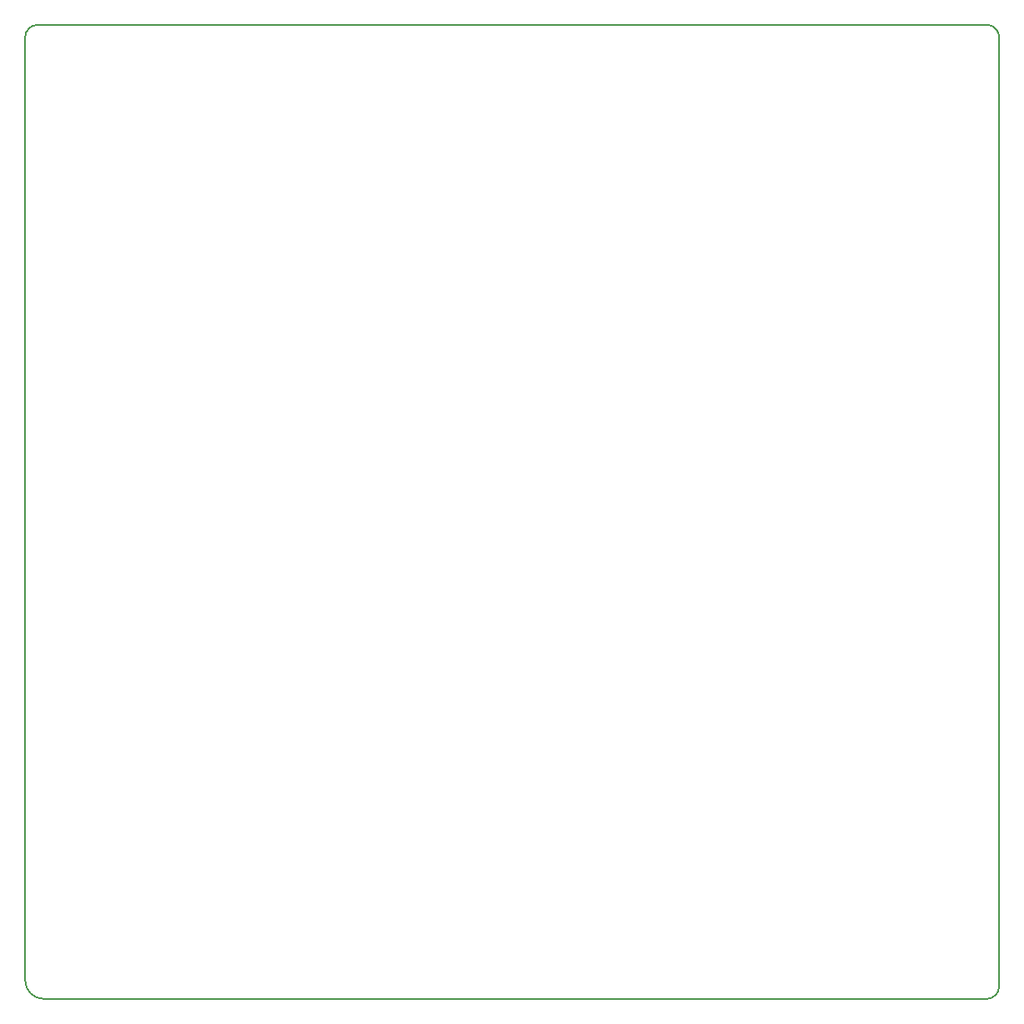
<source format=gm1>
G04 #@! TF.FileFunction,Profile,NP*
%FSLAX46Y46*%
G04 Gerber Fmt 4.6, Leading zero omitted, Abs format (unit mm)*
G04 Created by KiCad (PCBNEW 4.0.7) date 01/07/19 16:06:24*
%MOMM*%
%LPD*%
G01*
G04 APERTURE LIST*
%ADD10C,0.100000*%
%ADD11C,0.150000*%
G04 APERTURE END LIST*
D10*
D11*
X62230000Y-59690000D02*
X62230000Y-155575000D01*
X160020000Y-58420000D02*
X63500000Y-58420000D01*
X161290000Y-156210000D02*
X161290000Y-59690000D01*
X64135000Y-157480000D02*
X160020000Y-157480000D01*
X160020000Y-157480000D02*
G75*
G03X161290000Y-156210000I0J1270000D01*
G01*
X62230000Y-155575000D02*
G75*
G03X64135000Y-157480000I1905000J0D01*
G01*
X63500000Y-58420000D02*
G75*
G03X62230000Y-59690000I0J-1270000D01*
G01*
X161290000Y-59690000D02*
G75*
G03X160020000Y-58420000I-1270000J0D01*
G01*
M02*

</source>
